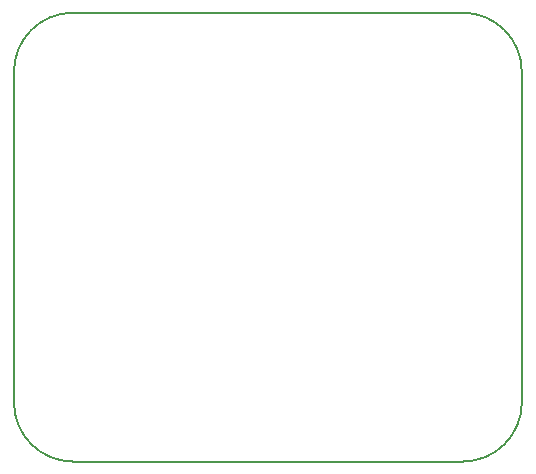
<source format=gm1>
%TF.GenerationSoftware,KiCad,Pcbnew,8.0.5*%
%TF.CreationDate,2024-10-31T21:46:15+08:00*%
%TF.ProjectId,B626_VIN3.7V_VOUT16.5V_IO0.9A,42363236-5f56-4494-9e33-2e37565f564f,rev?*%
%TF.SameCoordinates,Original*%
%TF.FileFunction,Profile,NP*%
%FSLAX46Y46*%
G04 Gerber Fmt 4.6, Leading zero omitted, Abs format (unit mm)*
G04 Created by KiCad (PCBNEW 8.0.5) date 2024-10-31 21:46:15*
%MOMM*%
%LPD*%
G01*
G04 APERTURE LIST*
%TA.AperFunction,Profile*%
%ADD10C,0.200000*%
%TD*%
G04 APERTURE END LIST*
D10*
X102000000Y-138000000D02*
G75*
G02*
X97000000Y-133000000I0J5000000D01*
G01*
X140000000Y-105000000D02*
X140000000Y-133000000D01*
X135000000Y-138000000D02*
X102000000Y-138000000D01*
X102000000Y-100000000D02*
X135000000Y-100000000D01*
X140000000Y-133000000D02*
G75*
G02*
X135000000Y-138000000I-5000000J0D01*
G01*
X97000000Y-105000000D02*
G75*
G02*
X102000000Y-100000000I5000000J0D01*
G01*
X97000000Y-133000000D02*
X97000000Y-105000000D01*
X135000000Y-100000000D02*
G75*
G02*
X140000000Y-105000000I0J-5000000D01*
G01*
M02*

</source>
